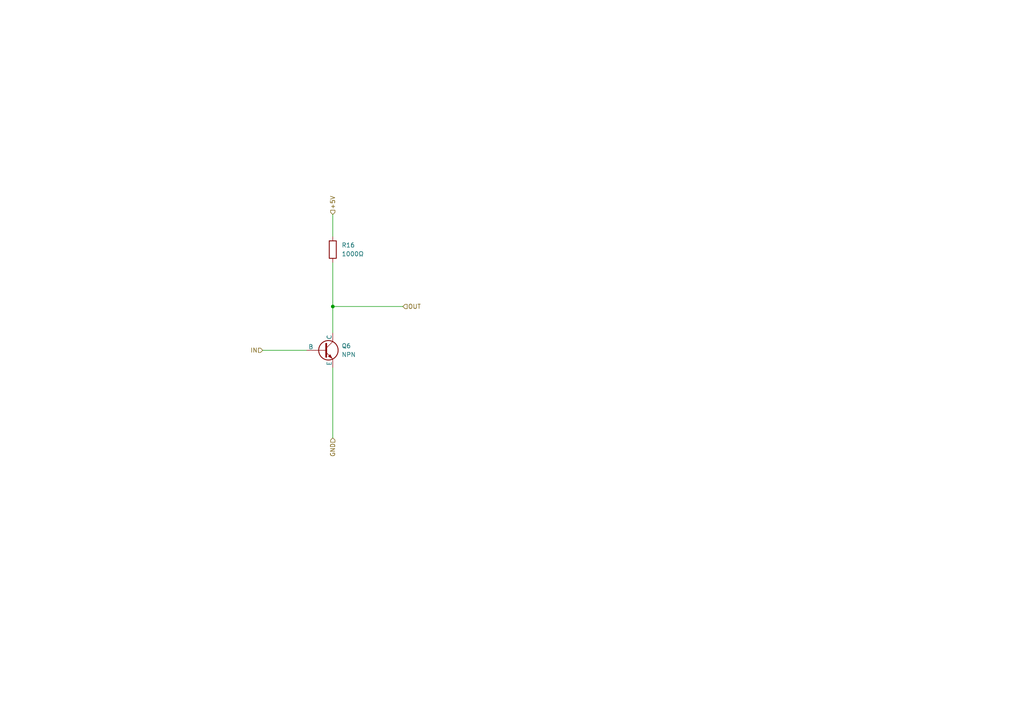
<source format=kicad_sch>
(kicad_sch (version 20231120) (generator "eeschema") (generator_version "8.0")
  (paper "A4")
  (title_block (date "2024-09-25") (rev "v0.0.5") (company "Alexandre Haddad-Delaveau & Bryan Liu") (comment 1 "Pinout of transistors and hall chips are subject to change.") (comment 2 "Resistor values are subject to change.") (comment 3 "Warning:"))
  (lib_symbols
    (symbol "Device:R" (pin_numbers hide) (pin_names (offset 0))
      (property "Reference" "R" (at 2.032 0 90))
      (property "Value" "R" (at 0 0 90))
      (symbol "R_0_1"
        (rectangle (start -1.016 -2.54) (end 1.016 2.54) (stroke (width 0.254)))
      )
      (symbol "R_1_1"
        (pin passive line (at 0 3.81 270) (length 1.27) (name "~") (number "1"))
        (pin passive line (at 0 -3.81 90) (length 1.27) (name "~") (number "2"))
      )
    )
    (symbol "Simulation_SPICE:NPN" (pin_numbers hide) (pin_names (offset 0))
      (property "Reference" "Q" (at -2.54 7.62 0))
      (property "Value" "NPN" (at -2.54 5.08 0))
      (symbol "NPN_0_1"
        (polyline (pts (xy -2.54 0) (xy 0.635 0)) (stroke (width 0.1524)))
        (polyline (pts (xy 0.635 0.635) (xy 2.54 2.54)))
        (polyline (pts (xy 2.794 -1.27) (xy 2.794 -1.27)) (stroke (width 0.1524)))
        (polyline (pts (xy 2.794 -1.27) (xy 2.794 -1.27)) (stroke (width 0.1524)))
        (polyline (pts (xy 0.635 -0.635) (xy 2.54 -2.54) (xy 2.54 -2.54)))
        (polyline (pts (xy 0.635 1.905) (xy 0.635 -1.905) (xy 0.635 -1.905)) (stroke (width 0.508)))
        (polyline (pts (xy 1.27 -1.778) (xy 1.778 -1.27) (xy 2.286 -2.286) (xy 1.27 -1.778) (xy 1.27 -1.778)) (fill (type outline)))
        (circle (center 1.27 0) (radius 2.8194) (stroke (width 0.254)))
      )
      (symbol "NPN_1_1"
        (pin open_collector line (at 2.54 5.08 270) (length 2.54) (name "C") (number "1"))
        (pin input line (at -5.08 0 0) (length 2.54) (name "B") (number "2"))
        (pin open_emitter line (at 2.54 -5.08 90) (length 2.54) (name "E") (number "3"))
      )
    )
  )
  (junction (at 96.52 88.9))
  (wire (pts (xy 96.52 106.68) (xy 96.52 127)))
  (wire (pts (xy 96.52 62.23) (xy 96.52 68.58)))
  (wire (pts (xy 96.52 88.9) (xy 96.52 96.52)))
  (wire (pts (xy 96.52 76.2) (xy 96.52 88.9)))
  (wire (pts (xy 96.52 88.9) (xy 116.84 88.9)))
  (wire (pts (xy 76.2 101.6) (xy 88.9 101.6)))
  (hierarchical_label "OUT" (shape input) (at 116.84 88.9 0))
  (hierarchical_label "GND" (shape input) (at 96.52 127 270))
  (hierarchical_label "IN" (shape input) (at 76.2 101.6 180))
  (hierarchical_label "+5V" (shape input) (at 96.52 62.23 90))
  (symbol (lib_id "Device:R") (at 96.52 72.39 0) (unit 1)
    (property "Reference" "R16" (at 99.06 71.1199 0) (effects (justify left)))
    (property "Value" "1000Ω" (at 99.06 73.6599 0) (effects (justify left)))
    (property "Description" "Resistor" (effects (hide yes)))
    (instances (project "Circuit" (path "" (reference "R16") (unit 1)) (path "" (reference "R17") (unit 1))))
  )
  (symbol (lib_id "Simulation_SPICE:NPN") (at 93.98 101.6 0) (unit 1)
    (property "Reference" "Q6" (at 99.06 100.3299 0) (effects (justify left)))
    (property "Value" "NPN" (at 99.06 102.8699 0) (effects (justify left)))
    (property "Datasheet" "https://ngspice.sourceforge.io/docs/ngspice-html-manual/manual.xhtml#cha_BJTs" (effects (hide yes)))
    (property "Description" "Bipolar transistor symbol for simulation only, substrate tied to the emitter" (effects (hide yes)))
    (property "Sim.Device" "NPN" (effects (hide yes)))
    (property "Sim.Type" "GUMMELPOON" (effects (hide yes)))
    (property "Sim.Pins" "1=C 2=B 3=E" (effects (hide yes)))
    (instances (project "Circuit" (path "" (reference "Q6") (unit 1)) (path "" (reference "Q13") (unit 1))))
  )
)
</source>
